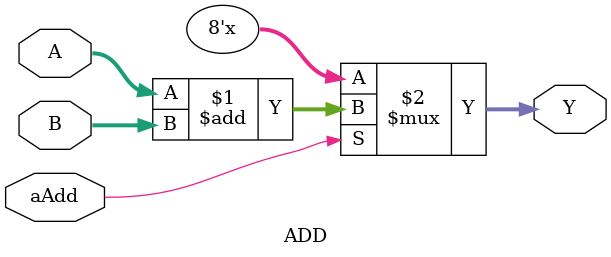
<source format=v>
module ADD(
	Y,
	A,
	B,
	aAdd
);

output wire [7:0] Y;
input wire [3:0] A;
input wire [3:0] B;
input wire aAdd;

assign Y = (aAdd)? A+B : 8'bz;

endmodule

</source>
